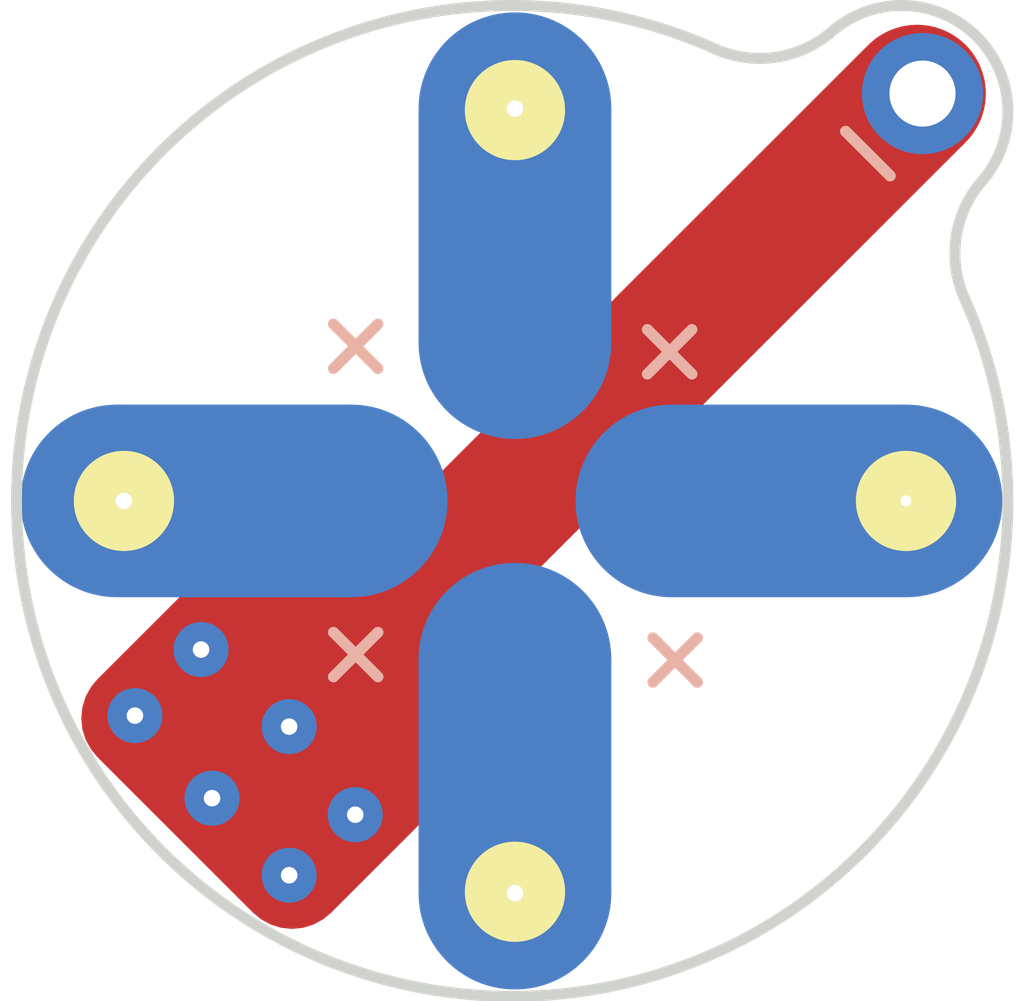
<source format=kicad_pcb>
(kicad_pcb (version 20240108) (generator "pcbnew") (generator_version "8.0")
  (layers (0 "F.Cu" signal) (31 "B.Cu" signal) (34 "B.Paste" user) (35 "F.Paste" user) (36 "B.SilkS" user "B.Silkscreen") (37 "F.SilkS" user "F.Silkscreen") (38 "B.Mask" user) (39 "F.Mask" user) (44 "Edge.Cuts" user))
  (net 0 "")
  (footprint "TestPoint:TestPoint_Loop_D1.80mm_Drill1.0mm_Beaded" (layer "F.Cu") (at 151.7 85.6)
    (property "Reference" "REF**" (hide yes))
    (property "Value" "TestPoint_Loop_D1.80mm_Drill1.0mm_Beaded" (hide yes))
    (pad "1" thru_hole circle (at 0 0) (size 2.2 2.2) (drill 1.2) (layers "*.Cu" "*.Mask"))
  )
  (footprint "KiCadCustomLibs:PAD3x6" (layer "F.Cu") (at 139.9 97.3 45)
    (property "Reference" "J3" (hide yes))
    (property "Value" "C_LED" (hide yes))
    (pad "1" smd roundrect (at 0 0 45) (size 5 6) (layers "F.Cu" "F.Paste" "F.Mask") (roundrect_rratio 0.2))
  )
  (footprint "KiCadCustomLibs:Pad_3.5x7mm" (layer "B.Cu") (at 137.075 93 90)
    (property "Reference" "J1" (hide yes))
    (property "Value" "3.5" (hide yes))
    (pad "1" smd circle (at 0 0 90) (size 3.5 3.5) (layers "B.Cu" "B.Paste" "B.Mask"))
    (pad "1" smd rect (at 0 2.125 90) (size 3.5 4.25) (layers "B.Cu" "B.Paste" "B.Mask"))
    (pad "1" smd circle (at 0 4.25 90) (size 3.5 3.5) (layers "B.Cu" "B.Paste" "B.Mask"))
  )
  (footprint "KiCadCustomLibs:Pad_3.5x7mm" (layer "B.Cu") (at 144.3 95.875)
    (property "Reference" "J1" (hide yes))
    (property "Value" "3.5" (hide yes))
    (pad "1" smd circle (at 0 0) (size 3.5 3.5) (layers "B.Cu" "B.Paste" "B.Mask"))
    (pad "1" smd rect (at 0 2.125) (size 3.5 4.25) (layers "B.Cu" "B.Paste" "B.Mask"))
    (pad "1" smd circle (at 0 4.25) (size 3.5 3.5) (layers "B.Cu" "B.Paste" "B.Mask"))
  )
  (footprint "KiCadCustomLibs:Pad_3.5x7mm" (layer "B.Cu") (at 147.15 93 90)
    (property "Reference" "J1" (hide yes))
    (property "Value" "3.5" (hide yes))
    (pad "1" smd circle (at 0 0 90) (size 3.5 3.5) (layers "B.Cu" "B.Paste" "B.Mask"))
    (pad "1" smd rect (at 0 2.125 90) (size 3.5 4.25) (layers "B.Cu" "B.Paste" "B.Mask"))
    (pad "1" smd circle (at 0 4.25 90) (size 3.5 3.5) (layers "B.Cu" "B.Paste" "B.Mask"))
  )
  (footprint "KiCadCustomLibs:Pad_3.5x7mm" (layer "B.Cu") (at 144.3 85.875)
    (property "Reference" "J1" (hide yes))
    (property "Value" "3.5" (hide yes))
    (pad "1" smd circle (at 0 0) (size 3.5 3.5) (layers "B.Cu" "B.Paste" "B.Mask"))
    (pad "1" smd rect (at 0 2.125) (size 3.5 4.25) (layers "B.Cu" "B.Paste" "B.Mask"))
    (pad "1" smd circle (at 0 4.25) (size 3.5 3.5) (layers "B.Cu" "B.Paste" "B.Mask"))
  )
  (gr_circle (center 137.2 93) (end 138.060233 93) (stroke (width 0.1)) (fill solid) (layer "F.SilkS"))
  (gr_circle (center 144.3 100.1) (end 145.160233 100.1) (stroke (width 0.1)) (fill solid) (layer "F.SilkS"))
  (gr_circle (center 144.3 85.9) (end 145.160233 85.9) (stroke (width 0.1)) (fill solid) (layer "F.SilkS"))
  (gr_circle (center 151.4 93) (end 152.260233 93) (stroke (width 0.1)) (fill solid) (layer "F.SilkS"))
  (gr_arc (start 150.0571 84.471824) (mid 152.685031 84.564969) (end 152.778176 87.1929) (stroke (width 0.2)) (layer "Edge.Cuts"))
  (gr_arc (start 152.463702 89.320993) (mid 152.310457 88.211066) (end 152.778176 87.1929) (stroke (width 0.2)) (layer "Edge.Cuts"))
  (gr_arc (start 150.0571 84.471824) (mid 149.038934 84.939547) (end 147.929007 84.786298) (stroke (width 0.2)) (layer "Edge.Cuts"))
  (gr_arc (start 152.463702 89.320993) (mid 137.886039 99.363961) (end 147.929007 84.786298) (stroke (width 0.2)) (layer "Edge.Cuts"))
  (gr_text "+" (at 141.2 94.5 135) (layer "B.SilkS") (effects (font (size 1.5 1.5) (thickness 0.2)) (justify left bottom mirror)))
  (gr_text "+" (at 147 94.6 135) (layer "B.SilkS") (effects (font (size 1.5 1.5) (thickness 0.2)) (justify left bottom mirror)))
  (gr_text "+" (at 146.9 89 135) (layer "B.SilkS") (effects (font (size 1.5 1.5) (thickness 0.2)) (justify left bottom mirror)))
  (gr_text "-" (at 150.5 85.4 135) (layer "B.SilkS") (effects (font (size 1.5 1.5) (thickness 0.2)) (justify left bottom mirror)))
  (gr_text "+" (at 141.2 88.9 135) (layer "B.SilkS") (effects (font (size 1.5 1.5) (thickness 0.2)) (justify left bottom mirror)))
  (gr_text "-" (at 150.5 85.4 135) (layer "F.SilkS") (effects (font (size 1.5 1.5) (thickness 0.2)) (justify left bottom mirror)))
  (segment (start 139.3 97.9) (end 151.6 85.6) (width 2.5) (layer "F.Cu") (net 0))
  (segment (start 151.6 85.6) (end 151.7 85.6) (width 0.2) (layer "F.Cu") (net 0))
  (via (at 144.3 100.125) (size 1) (drill 0.3) (layers "F.Cu" "B.Cu") (net 0))
  (via (at 140.2 97.1) (size 1) (drill 0.3) (layers "F.Cu" "B.Cu") (net 0))
  (via (at 140.2 99.8) (size 1) (drill 0.3) (layers "F.Cu" "B.Cu") (net 0))
  (via (at 151.4 93) (size 1) (drill 0.2) (layers "F.Cu" "B.Cu") (net 0))
  (via (at 137.4 96.9) (size 1) (drill 0.3) (layers "F.Cu" "B.Cu") (net 0))
  (via (at 138.8 98.4) (size 1) (drill 0.3) (layers "F.Cu" "B.Cu") (net 0))
  (via (at 138.6 95.7) (size 1) (drill 0.3) (layers "F.Cu" "B.Cu") (net 0))
  (via (at 141.4 98.7) (size 1) (drill 0.3) (layers "F.Cu" "B.Cu") (net 0))
  (via (at 137.2 93) (size 1) (drill 0.3) (layers "F.Cu" "B.Cu") (net 0))
  (via (at 144.3 85.875) (size 1) (drill 0.3) (layers "F.Cu" "B.Cu") (net 0))
)
</source>
